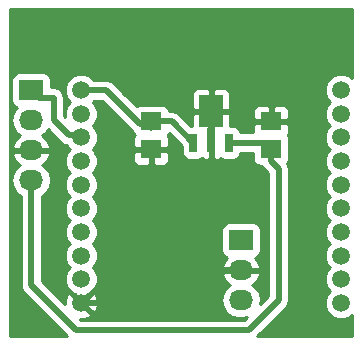
<source format=gtl>
G04 #@! TF.FileFunction,Copper,L1,Top,Signal*
%FSLAX46Y46*%
G04 Gerber Fmt 4.6, Leading zero omitted, Abs format (unit mm)*
G04 Created by KiCad (PCBNEW 4.0.1-stable) date 2016/03/20 16:03:40*
%MOMM*%
G01*
G04 APERTURE LIST*
%ADD10C,0.100000*%
%ADD11R,0.701040X1.600200*%
%ADD12R,0.701040X2.100580*%
%ADD13R,1.998980X2.750820*%
%ADD14R,2.032000X1.727200*%
%ADD15O,2.032000X1.727200*%
%ADD16C,1.500000*%
%ADD17R,1.800860X1.549400*%
%ADD18C,0.500000*%
%ADD19C,0.254000*%
G04 APERTURE END LIST*
D10*
D11*
X107718860Y-75559920D03*
D12*
X109220000Y-75311000D03*
D11*
X110721140Y-75559920D03*
D13*
X109220000Y-72910700D03*
D14*
X93980000Y-71120000D03*
D15*
X93980000Y-73660000D03*
X93980000Y-76200000D03*
X93980000Y-78740000D03*
D14*
X111760000Y-83820000D03*
D15*
X111760000Y-86360000D03*
X111760000Y-88900000D03*
D16*
X120220740Y-71120000D03*
X120220740Y-79121000D03*
X120220740Y-83118960D03*
X120220740Y-81119980D03*
X120220740Y-75120500D03*
X120220740Y-77119480D03*
X120220740Y-73118980D03*
X120220740Y-87119460D03*
X120220740Y-89120980D03*
X120220740Y-85120480D03*
X98219260Y-85120480D03*
X98219260Y-89120980D03*
X98219260Y-87119460D03*
X98219260Y-73118980D03*
X98219260Y-77119480D03*
X98219260Y-75120500D03*
X98219260Y-81119980D03*
X98219260Y-83118960D03*
X98219260Y-79121000D03*
X98219260Y-71120000D03*
D17*
X114300000Y-76106020D03*
X114300000Y-73753980D03*
X104140000Y-73753980D03*
X104140000Y-76106020D03*
D18*
X110721140Y-75559920D02*
X113977420Y-75559920D01*
X113977420Y-75559920D02*
X114300000Y-75882500D01*
X114300000Y-75882500D02*
X114300000Y-77152500D01*
X114300000Y-77152500D02*
X114935000Y-77787500D01*
X93980000Y-78740000D02*
X93980000Y-87630000D01*
X114935000Y-88900000D02*
X114935000Y-77787500D01*
X112395000Y-91440000D02*
X114935000Y-88900000D01*
X97790000Y-91440000D02*
X112395000Y-91440000D01*
X93980000Y-87630000D02*
X97790000Y-91440000D01*
X98219260Y-75120500D02*
X98425000Y-74930000D01*
X98425000Y-74930000D02*
X97155000Y-74930000D01*
X97155000Y-74930000D02*
X95885000Y-73660000D01*
X95885000Y-73660000D02*
X95885000Y-71755000D01*
X95885000Y-71755000D02*
X94615000Y-71755000D01*
X94615000Y-71755000D02*
X93980000Y-71120000D01*
X104140000Y-73753980D02*
X105912920Y-73753980D01*
X105912920Y-73753980D02*
X107718860Y-75559920D01*
X104140000Y-73977500D02*
X103187500Y-73977500D01*
X103187500Y-73977500D02*
X100330000Y-71120000D01*
X100330000Y-71120000D02*
X98219260Y-71120000D01*
X104140000Y-73977500D02*
X104140000Y-74295000D01*
X109220000Y-72910700D02*
X109220000Y-75311000D01*
X111760000Y-86360000D02*
X104140000Y-86360000D01*
X101379020Y-89120980D02*
X98219260Y-89120980D01*
X104140000Y-86360000D02*
X101379020Y-89120980D01*
X98425000Y-88900000D02*
X98219260Y-89120980D01*
D19*
G36*
X121158000Y-70098499D02*
X121006304Y-69946539D01*
X120497442Y-69735241D01*
X119946455Y-69734760D01*
X119437225Y-69945169D01*
X119047279Y-70334436D01*
X118835981Y-70843298D01*
X118835500Y-71394285D01*
X119045909Y-71903515D01*
X119261543Y-72119525D01*
X119047279Y-72333416D01*
X118835981Y-72842278D01*
X118835500Y-73393265D01*
X119045909Y-73902495D01*
X119262813Y-74119777D01*
X119047279Y-74334936D01*
X118835981Y-74843798D01*
X118835500Y-75394785D01*
X119045909Y-75904015D01*
X119261543Y-76120025D01*
X119047279Y-76333916D01*
X118835981Y-76842778D01*
X118835500Y-77393765D01*
X119045909Y-77902995D01*
X119262813Y-78120277D01*
X119047279Y-78335436D01*
X118835981Y-78844298D01*
X118835500Y-79395285D01*
X119045909Y-79904515D01*
X119261543Y-80120525D01*
X119047279Y-80334416D01*
X118835981Y-80843278D01*
X118835500Y-81394265D01*
X119045909Y-81903495D01*
X119261543Y-82119505D01*
X119047279Y-82333396D01*
X118835981Y-82842258D01*
X118835500Y-83393245D01*
X119045909Y-83902475D01*
X119262813Y-84119757D01*
X119047279Y-84334916D01*
X118835981Y-84843778D01*
X118835500Y-85394765D01*
X119045909Y-85903995D01*
X119261543Y-86120005D01*
X119047279Y-86333896D01*
X118835981Y-86842758D01*
X118835500Y-87393745D01*
X119045909Y-87902975D01*
X119262813Y-88120257D01*
X119047279Y-88335416D01*
X118835981Y-88844278D01*
X118835500Y-89395265D01*
X119045909Y-89904495D01*
X119435176Y-90294441D01*
X119944038Y-90505739D01*
X120495025Y-90506220D01*
X121004255Y-90295811D01*
X121158000Y-90142334D01*
X121158000Y-91948000D01*
X113138580Y-91948000D01*
X115560787Y-89525792D01*
X115560790Y-89525790D01*
X115752633Y-89238675D01*
X115820000Y-88900000D01*
X115820000Y-77787505D01*
X115820001Y-77787500D01*
X115752634Y-77448826D01*
X115674681Y-77332161D01*
X115667676Y-77321678D01*
X115796861Y-77132610D01*
X115847870Y-76880720D01*
X115847870Y-75331320D01*
X115803592Y-75096003D01*
X115696914Y-74930221D01*
X115738757Y-74888378D01*
X115835430Y-74654989D01*
X115835430Y-74039730D01*
X115676680Y-73880980D01*
X114427000Y-73880980D01*
X114427000Y-73900980D01*
X114173000Y-73900980D01*
X114173000Y-73880980D01*
X112923320Y-73880980D01*
X112764570Y-74039730D01*
X112764570Y-74654989D01*
X112772826Y-74674920D01*
X111703125Y-74674920D01*
X111674822Y-74524503D01*
X111535750Y-74308379D01*
X111323550Y-74163389D01*
X111071660Y-74112380D01*
X110854490Y-74112380D01*
X110854490Y-73196450D01*
X110695740Y-73037700D01*
X109347000Y-73037700D01*
X109347000Y-75184000D01*
X109367000Y-75184000D01*
X109367000Y-75438000D01*
X109347000Y-75438000D01*
X109347000Y-76837540D01*
X109505750Y-76996290D01*
X109696829Y-76996290D01*
X109930218Y-76899617D01*
X109972975Y-76856861D01*
X110118730Y-76956451D01*
X110370620Y-77007460D01*
X111071660Y-77007460D01*
X111306977Y-76963182D01*
X111523101Y-76824110D01*
X111668091Y-76611910D01*
X111701907Y-76444920D01*
X112752130Y-76444920D01*
X112752130Y-76880720D01*
X112796408Y-77116037D01*
X112935480Y-77332161D01*
X113147680Y-77477151D01*
X113399570Y-77528160D01*
X113507079Y-77528160D01*
X113608756Y-77680330D01*
X113674210Y-77778290D01*
X114050000Y-78154079D01*
X114050000Y-88533421D01*
X113383734Y-89199687D01*
X113443345Y-88900000D01*
X113329271Y-88326511D01*
X113004415Y-87840330D01*
X112694931Y-87633539D01*
X113110732Y-87262036D01*
X113364709Y-86734791D01*
X113367358Y-86719026D01*
X113246217Y-86487000D01*
X111887000Y-86487000D01*
X111887000Y-86507000D01*
X111633000Y-86507000D01*
X111633000Y-86487000D01*
X110273783Y-86487000D01*
X110152642Y-86719026D01*
X110155291Y-86734791D01*
X110409268Y-87262036D01*
X110825069Y-87633539D01*
X110515585Y-87840330D01*
X110190729Y-88326511D01*
X110076655Y-88900000D01*
X110190729Y-89473489D01*
X110515585Y-89959670D01*
X111001766Y-90284526D01*
X111575255Y-90398600D01*
X111944745Y-90398600D01*
X112244432Y-90338989D01*
X112028420Y-90555000D01*
X98156579Y-90555000D01*
X98114665Y-90513086D01*
X98564708Y-90490210D01*
X98943183Y-90333440D01*
X99011172Y-90092497D01*
X98219260Y-89300585D01*
X98205118Y-89314728D01*
X98025513Y-89135123D01*
X98039655Y-89120980D01*
X98398865Y-89120980D01*
X99190777Y-89912892D01*
X99431720Y-89844903D01*
X99616461Y-89325809D01*
X99588490Y-88775532D01*
X99431720Y-88397057D01*
X99190777Y-88329068D01*
X98398865Y-89120980D01*
X98039655Y-89120980D01*
X97247743Y-88329068D01*
X97006800Y-88397057D01*
X96822059Y-88916151D01*
X96838357Y-89236777D01*
X94865000Y-87263420D01*
X94865000Y-80039824D01*
X95224415Y-79799670D01*
X95549271Y-79313489D01*
X95663345Y-78740000D01*
X95549271Y-78166511D01*
X95224415Y-77680330D01*
X94914931Y-77473539D01*
X95330732Y-77102036D01*
X95584709Y-76574791D01*
X95587358Y-76559026D01*
X95466217Y-76327000D01*
X94107000Y-76327000D01*
X94107000Y-76347000D01*
X93853000Y-76347000D01*
X93853000Y-76327000D01*
X92493783Y-76327000D01*
X92372642Y-76559026D01*
X92375291Y-76574791D01*
X92629268Y-77102036D01*
X93045069Y-77473539D01*
X92735585Y-77680330D01*
X92410729Y-78166511D01*
X92296655Y-78740000D01*
X92410729Y-79313489D01*
X92735585Y-79799670D01*
X93095000Y-80039824D01*
X93095000Y-87629995D01*
X93094999Y-87630000D01*
X93136837Y-87840330D01*
X93162367Y-87968675D01*
X93283165Y-88149463D01*
X93354210Y-88255790D01*
X97046421Y-91948000D01*
X92202000Y-91948000D01*
X92202000Y-73660000D01*
X92296655Y-73660000D01*
X92410729Y-74233489D01*
X92735585Y-74719670D01*
X93045069Y-74926461D01*
X92629268Y-75297964D01*
X92375291Y-75825209D01*
X92372642Y-75840974D01*
X92493783Y-76073000D01*
X93853000Y-76073000D01*
X93853000Y-76053000D01*
X94107000Y-76053000D01*
X94107000Y-76073000D01*
X95466217Y-76073000D01*
X95587358Y-75840974D01*
X95584709Y-75825209D01*
X95330732Y-75297964D01*
X94914931Y-74926461D01*
X95224415Y-74719670D01*
X95412140Y-74438720D01*
X96529208Y-75555787D01*
X96529210Y-75555790D01*
X96777627Y-75721776D01*
X96816325Y-75747633D01*
X96994454Y-75783066D01*
X97044429Y-75904015D01*
X97260063Y-76120025D01*
X97045799Y-76333916D01*
X96834501Y-76842778D01*
X96834020Y-77393765D01*
X97044429Y-77902995D01*
X97261333Y-78120277D01*
X97045799Y-78335436D01*
X96834501Y-78844298D01*
X96834020Y-79395285D01*
X97044429Y-79904515D01*
X97260063Y-80120525D01*
X97045799Y-80334416D01*
X96834501Y-80843278D01*
X96834020Y-81394265D01*
X97044429Y-81903495D01*
X97260063Y-82119505D01*
X97045799Y-82333396D01*
X96834501Y-82842258D01*
X96834020Y-83393245D01*
X97044429Y-83902475D01*
X97261333Y-84119757D01*
X97045799Y-84334916D01*
X96834501Y-84843778D01*
X96834020Y-85394765D01*
X97044429Y-85903995D01*
X97260063Y-86120005D01*
X97045799Y-86333896D01*
X96834501Y-86842758D01*
X96834020Y-87393745D01*
X97044429Y-87902975D01*
X97433696Y-88292921D01*
X97668167Y-88390282D01*
X98219260Y-88941375D01*
X98770279Y-88390356D01*
X99002775Y-88294291D01*
X99392721Y-87905024D01*
X99604019Y-87396162D01*
X99604500Y-86845175D01*
X99394091Y-86335945D01*
X99178457Y-86119935D01*
X99392721Y-85906044D01*
X99604019Y-85397182D01*
X99604500Y-84846195D01*
X99394091Y-84336965D01*
X99177187Y-84119683D01*
X99392721Y-83904524D01*
X99604019Y-83395662D01*
X99604402Y-82956400D01*
X110096560Y-82956400D01*
X110096560Y-84683600D01*
X110140838Y-84918917D01*
X110279910Y-85135041D01*
X110492110Y-85280031D01*
X110586927Y-85299232D01*
X110409268Y-85457964D01*
X110155291Y-85985209D01*
X110152642Y-86000974D01*
X110273783Y-86233000D01*
X111633000Y-86233000D01*
X111633000Y-86213000D01*
X111887000Y-86213000D01*
X111887000Y-86233000D01*
X113246217Y-86233000D01*
X113367358Y-86000974D01*
X113364709Y-85985209D01*
X113110732Y-85457964D01*
X112935155Y-85301093D01*
X113011317Y-85286762D01*
X113227441Y-85147690D01*
X113372431Y-84935490D01*
X113423440Y-84683600D01*
X113423440Y-82956400D01*
X113379162Y-82721083D01*
X113240090Y-82504959D01*
X113027890Y-82359969D01*
X112776000Y-82308960D01*
X110744000Y-82308960D01*
X110508683Y-82353238D01*
X110292559Y-82492310D01*
X110147569Y-82704510D01*
X110096560Y-82956400D01*
X99604402Y-82956400D01*
X99604500Y-82844675D01*
X99394091Y-82335445D01*
X99178457Y-82119435D01*
X99392721Y-81905544D01*
X99604019Y-81396682D01*
X99604500Y-80845695D01*
X99394091Y-80336465D01*
X99178457Y-80120455D01*
X99392721Y-79906564D01*
X99604019Y-79397702D01*
X99604500Y-78846715D01*
X99394091Y-78337485D01*
X99177187Y-78120203D01*
X99392721Y-77905044D01*
X99604019Y-77396182D01*
X99604500Y-76845195D01*
X99417150Y-76391770D01*
X102604570Y-76391770D01*
X102604570Y-77007029D01*
X102701243Y-77240418D01*
X102879871Y-77419047D01*
X103113260Y-77515720D01*
X103854250Y-77515720D01*
X104013000Y-77356970D01*
X104013000Y-76233020D01*
X104267000Y-76233020D01*
X104267000Y-77356970D01*
X104425750Y-77515720D01*
X105166740Y-77515720D01*
X105400129Y-77419047D01*
X105578757Y-77240418D01*
X105675430Y-77007029D01*
X105675430Y-76391770D01*
X105516680Y-76233020D01*
X104267000Y-76233020D01*
X104013000Y-76233020D01*
X102763320Y-76233020D01*
X102604570Y-76391770D01*
X99417150Y-76391770D01*
X99394091Y-76335965D01*
X99178457Y-76119955D01*
X99392721Y-75906064D01*
X99604019Y-75397202D01*
X99604500Y-74846215D01*
X99394091Y-74336985D01*
X99177187Y-74119703D01*
X99392721Y-73904544D01*
X99604019Y-73395682D01*
X99604500Y-72844695D01*
X99394091Y-72335465D01*
X99178457Y-72119455D01*
X99293112Y-72005000D01*
X99963420Y-72005000D01*
X102561708Y-74603287D01*
X102561710Y-74603290D01*
X102612562Y-74637268D01*
X102636408Y-74763997D01*
X102743086Y-74929779D01*
X102701243Y-74971622D01*
X102604570Y-75205011D01*
X102604570Y-75820270D01*
X102763320Y-75979020D01*
X104013000Y-75979020D01*
X104013000Y-75959020D01*
X104267000Y-75959020D01*
X104267000Y-75979020D01*
X105516680Y-75979020D01*
X105675430Y-75820270D01*
X105675430Y-75205011D01*
X105578757Y-74971622D01*
X105535724Y-74928589D01*
X105636861Y-74780570D01*
X105645461Y-74738101D01*
X106720900Y-75813539D01*
X106720900Y-76360020D01*
X106765178Y-76595337D01*
X106904250Y-76811461D01*
X107116450Y-76956451D01*
X107368340Y-77007460D01*
X108069380Y-77007460D01*
X108304697Y-76963182D01*
X108468161Y-76857996D01*
X108509782Y-76899617D01*
X108743171Y-76996290D01*
X108934250Y-76996290D01*
X109093000Y-76837540D01*
X109093000Y-75438000D01*
X109073000Y-75438000D01*
X109073000Y-75184000D01*
X109093000Y-75184000D01*
X109093000Y-73037700D01*
X107744260Y-73037700D01*
X107585510Y-73196450D01*
X107585510Y-74112380D01*
X107522899Y-74112380D01*
X106538710Y-73128190D01*
X106485296Y-73092500D01*
X106251595Y-72936347D01*
X106195404Y-72925170D01*
X105912920Y-72868979D01*
X105912915Y-72868980D01*
X105667116Y-72868980D01*
X105664104Y-72852971D01*
X112764570Y-72852971D01*
X112764570Y-73468230D01*
X112923320Y-73626980D01*
X114173000Y-73626980D01*
X114173000Y-72503030D01*
X114427000Y-72503030D01*
X114427000Y-73626980D01*
X115676680Y-73626980D01*
X115835430Y-73468230D01*
X115835430Y-72852971D01*
X115738757Y-72619582D01*
X115560129Y-72440953D01*
X115326740Y-72344280D01*
X114585750Y-72344280D01*
X114427000Y-72503030D01*
X114173000Y-72503030D01*
X114014250Y-72344280D01*
X113273260Y-72344280D01*
X113039871Y-72440953D01*
X112861243Y-72619582D01*
X112764570Y-72852971D01*
X105664104Y-72852971D01*
X105643592Y-72743963D01*
X105504520Y-72527839D01*
X105292320Y-72382849D01*
X105040430Y-72331840D01*
X103239570Y-72331840D01*
X103004253Y-72376118D01*
X102902910Y-72441331D01*
X101870560Y-71408980D01*
X107585510Y-71408980D01*
X107585510Y-72624950D01*
X107744260Y-72783700D01*
X109093000Y-72783700D01*
X109093000Y-71059040D01*
X109347000Y-71059040D01*
X109347000Y-72783700D01*
X110695740Y-72783700D01*
X110854490Y-72624950D01*
X110854490Y-71408980D01*
X110757817Y-71175591D01*
X110579188Y-70996963D01*
X110345799Y-70900290D01*
X109505750Y-70900290D01*
X109347000Y-71059040D01*
X109093000Y-71059040D01*
X108934250Y-70900290D01*
X108094201Y-70900290D01*
X107860812Y-70996963D01*
X107682183Y-71175591D01*
X107585510Y-71408980D01*
X101870560Y-71408980D01*
X100955790Y-70494210D01*
X100719736Y-70336485D01*
X100668675Y-70302367D01*
X100612484Y-70291190D01*
X100330000Y-70234999D01*
X100329995Y-70235000D01*
X99292783Y-70235000D01*
X99004824Y-69946539D01*
X98495962Y-69735241D01*
X97944975Y-69734760D01*
X97435745Y-69945169D01*
X97045799Y-70334436D01*
X96834501Y-70843298D01*
X96834020Y-71394285D01*
X97044429Y-71903515D01*
X97260063Y-72119525D01*
X97045799Y-72333416D01*
X96834501Y-72842278D01*
X96834051Y-73357472D01*
X96770000Y-73293420D01*
X96770000Y-71755000D01*
X96702633Y-71416325D01*
X96510790Y-71129210D01*
X96223675Y-70937367D01*
X95885000Y-70870000D01*
X95643440Y-70870000D01*
X95643440Y-70256400D01*
X95599162Y-70021083D01*
X95460090Y-69804959D01*
X95247890Y-69659969D01*
X94996000Y-69608960D01*
X92964000Y-69608960D01*
X92728683Y-69653238D01*
X92512559Y-69792310D01*
X92367569Y-70004510D01*
X92316560Y-70256400D01*
X92316560Y-71983600D01*
X92360838Y-72218917D01*
X92499910Y-72435041D01*
X92712110Y-72580031D01*
X92753439Y-72588400D01*
X92735585Y-72600330D01*
X92410729Y-73086511D01*
X92296655Y-73660000D01*
X92202000Y-73660000D01*
X92202000Y-64262000D01*
X121158000Y-64262000D01*
X121158000Y-70098499D01*
X121158000Y-70098499D01*
G37*
X121158000Y-70098499D02*
X121006304Y-69946539D01*
X120497442Y-69735241D01*
X119946455Y-69734760D01*
X119437225Y-69945169D01*
X119047279Y-70334436D01*
X118835981Y-70843298D01*
X118835500Y-71394285D01*
X119045909Y-71903515D01*
X119261543Y-72119525D01*
X119047279Y-72333416D01*
X118835981Y-72842278D01*
X118835500Y-73393265D01*
X119045909Y-73902495D01*
X119262813Y-74119777D01*
X119047279Y-74334936D01*
X118835981Y-74843798D01*
X118835500Y-75394785D01*
X119045909Y-75904015D01*
X119261543Y-76120025D01*
X119047279Y-76333916D01*
X118835981Y-76842778D01*
X118835500Y-77393765D01*
X119045909Y-77902995D01*
X119262813Y-78120277D01*
X119047279Y-78335436D01*
X118835981Y-78844298D01*
X118835500Y-79395285D01*
X119045909Y-79904515D01*
X119261543Y-80120525D01*
X119047279Y-80334416D01*
X118835981Y-80843278D01*
X118835500Y-81394265D01*
X119045909Y-81903495D01*
X119261543Y-82119505D01*
X119047279Y-82333396D01*
X118835981Y-82842258D01*
X118835500Y-83393245D01*
X119045909Y-83902475D01*
X119262813Y-84119757D01*
X119047279Y-84334916D01*
X118835981Y-84843778D01*
X118835500Y-85394765D01*
X119045909Y-85903995D01*
X119261543Y-86120005D01*
X119047279Y-86333896D01*
X118835981Y-86842758D01*
X118835500Y-87393745D01*
X119045909Y-87902975D01*
X119262813Y-88120257D01*
X119047279Y-88335416D01*
X118835981Y-88844278D01*
X118835500Y-89395265D01*
X119045909Y-89904495D01*
X119435176Y-90294441D01*
X119944038Y-90505739D01*
X120495025Y-90506220D01*
X121004255Y-90295811D01*
X121158000Y-90142334D01*
X121158000Y-91948000D01*
X113138580Y-91948000D01*
X115560787Y-89525792D01*
X115560790Y-89525790D01*
X115752633Y-89238675D01*
X115820000Y-88900000D01*
X115820000Y-77787505D01*
X115820001Y-77787500D01*
X115752634Y-77448826D01*
X115674681Y-77332161D01*
X115667676Y-77321678D01*
X115796861Y-77132610D01*
X115847870Y-76880720D01*
X115847870Y-75331320D01*
X115803592Y-75096003D01*
X115696914Y-74930221D01*
X115738757Y-74888378D01*
X115835430Y-74654989D01*
X115835430Y-74039730D01*
X115676680Y-73880980D01*
X114427000Y-73880980D01*
X114427000Y-73900980D01*
X114173000Y-73900980D01*
X114173000Y-73880980D01*
X112923320Y-73880980D01*
X112764570Y-74039730D01*
X112764570Y-74654989D01*
X112772826Y-74674920D01*
X111703125Y-74674920D01*
X111674822Y-74524503D01*
X111535750Y-74308379D01*
X111323550Y-74163389D01*
X111071660Y-74112380D01*
X110854490Y-74112380D01*
X110854490Y-73196450D01*
X110695740Y-73037700D01*
X109347000Y-73037700D01*
X109347000Y-75184000D01*
X109367000Y-75184000D01*
X109367000Y-75438000D01*
X109347000Y-75438000D01*
X109347000Y-76837540D01*
X109505750Y-76996290D01*
X109696829Y-76996290D01*
X109930218Y-76899617D01*
X109972975Y-76856861D01*
X110118730Y-76956451D01*
X110370620Y-77007460D01*
X111071660Y-77007460D01*
X111306977Y-76963182D01*
X111523101Y-76824110D01*
X111668091Y-76611910D01*
X111701907Y-76444920D01*
X112752130Y-76444920D01*
X112752130Y-76880720D01*
X112796408Y-77116037D01*
X112935480Y-77332161D01*
X113147680Y-77477151D01*
X113399570Y-77528160D01*
X113507079Y-77528160D01*
X113608756Y-77680330D01*
X113674210Y-77778290D01*
X114050000Y-78154079D01*
X114050000Y-88533421D01*
X113383734Y-89199687D01*
X113443345Y-88900000D01*
X113329271Y-88326511D01*
X113004415Y-87840330D01*
X112694931Y-87633539D01*
X113110732Y-87262036D01*
X113364709Y-86734791D01*
X113367358Y-86719026D01*
X113246217Y-86487000D01*
X111887000Y-86487000D01*
X111887000Y-86507000D01*
X111633000Y-86507000D01*
X111633000Y-86487000D01*
X110273783Y-86487000D01*
X110152642Y-86719026D01*
X110155291Y-86734791D01*
X110409268Y-87262036D01*
X110825069Y-87633539D01*
X110515585Y-87840330D01*
X110190729Y-88326511D01*
X110076655Y-88900000D01*
X110190729Y-89473489D01*
X110515585Y-89959670D01*
X111001766Y-90284526D01*
X111575255Y-90398600D01*
X111944745Y-90398600D01*
X112244432Y-90338989D01*
X112028420Y-90555000D01*
X98156579Y-90555000D01*
X98114665Y-90513086D01*
X98564708Y-90490210D01*
X98943183Y-90333440D01*
X99011172Y-90092497D01*
X98219260Y-89300585D01*
X98205118Y-89314728D01*
X98025513Y-89135123D01*
X98039655Y-89120980D01*
X98398865Y-89120980D01*
X99190777Y-89912892D01*
X99431720Y-89844903D01*
X99616461Y-89325809D01*
X99588490Y-88775532D01*
X99431720Y-88397057D01*
X99190777Y-88329068D01*
X98398865Y-89120980D01*
X98039655Y-89120980D01*
X97247743Y-88329068D01*
X97006800Y-88397057D01*
X96822059Y-88916151D01*
X96838357Y-89236777D01*
X94865000Y-87263420D01*
X94865000Y-80039824D01*
X95224415Y-79799670D01*
X95549271Y-79313489D01*
X95663345Y-78740000D01*
X95549271Y-78166511D01*
X95224415Y-77680330D01*
X94914931Y-77473539D01*
X95330732Y-77102036D01*
X95584709Y-76574791D01*
X95587358Y-76559026D01*
X95466217Y-76327000D01*
X94107000Y-76327000D01*
X94107000Y-76347000D01*
X93853000Y-76347000D01*
X93853000Y-76327000D01*
X92493783Y-76327000D01*
X92372642Y-76559026D01*
X92375291Y-76574791D01*
X92629268Y-77102036D01*
X93045069Y-77473539D01*
X92735585Y-77680330D01*
X92410729Y-78166511D01*
X92296655Y-78740000D01*
X92410729Y-79313489D01*
X92735585Y-79799670D01*
X93095000Y-80039824D01*
X93095000Y-87629995D01*
X93094999Y-87630000D01*
X93136837Y-87840330D01*
X93162367Y-87968675D01*
X93283165Y-88149463D01*
X93354210Y-88255790D01*
X97046421Y-91948000D01*
X92202000Y-91948000D01*
X92202000Y-73660000D01*
X92296655Y-73660000D01*
X92410729Y-74233489D01*
X92735585Y-74719670D01*
X93045069Y-74926461D01*
X92629268Y-75297964D01*
X92375291Y-75825209D01*
X92372642Y-75840974D01*
X92493783Y-76073000D01*
X93853000Y-76073000D01*
X93853000Y-76053000D01*
X94107000Y-76053000D01*
X94107000Y-76073000D01*
X95466217Y-76073000D01*
X95587358Y-75840974D01*
X95584709Y-75825209D01*
X95330732Y-75297964D01*
X94914931Y-74926461D01*
X95224415Y-74719670D01*
X95412140Y-74438720D01*
X96529208Y-75555787D01*
X96529210Y-75555790D01*
X96777627Y-75721776D01*
X96816325Y-75747633D01*
X96994454Y-75783066D01*
X97044429Y-75904015D01*
X97260063Y-76120025D01*
X97045799Y-76333916D01*
X96834501Y-76842778D01*
X96834020Y-77393765D01*
X97044429Y-77902995D01*
X97261333Y-78120277D01*
X97045799Y-78335436D01*
X96834501Y-78844298D01*
X96834020Y-79395285D01*
X97044429Y-79904515D01*
X97260063Y-80120525D01*
X97045799Y-80334416D01*
X96834501Y-80843278D01*
X96834020Y-81394265D01*
X97044429Y-81903495D01*
X97260063Y-82119505D01*
X97045799Y-82333396D01*
X96834501Y-82842258D01*
X96834020Y-83393245D01*
X97044429Y-83902475D01*
X97261333Y-84119757D01*
X97045799Y-84334916D01*
X96834501Y-84843778D01*
X96834020Y-85394765D01*
X97044429Y-85903995D01*
X97260063Y-86120005D01*
X97045799Y-86333896D01*
X96834501Y-86842758D01*
X96834020Y-87393745D01*
X97044429Y-87902975D01*
X97433696Y-88292921D01*
X97668167Y-88390282D01*
X98219260Y-88941375D01*
X98770279Y-88390356D01*
X99002775Y-88294291D01*
X99392721Y-87905024D01*
X99604019Y-87396162D01*
X99604500Y-86845175D01*
X99394091Y-86335945D01*
X99178457Y-86119935D01*
X99392721Y-85906044D01*
X99604019Y-85397182D01*
X99604500Y-84846195D01*
X99394091Y-84336965D01*
X99177187Y-84119683D01*
X99392721Y-83904524D01*
X99604019Y-83395662D01*
X99604402Y-82956400D01*
X110096560Y-82956400D01*
X110096560Y-84683600D01*
X110140838Y-84918917D01*
X110279910Y-85135041D01*
X110492110Y-85280031D01*
X110586927Y-85299232D01*
X110409268Y-85457964D01*
X110155291Y-85985209D01*
X110152642Y-86000974D01*
X110273783Y-86233000D01*
X111633000Y-86233000D01*
X111633000Y-86213000D01*
X111887000Y-86213000D01*
X111887000Y-86233000D01*
X113246217Y-86233000D01*
X113367358Y-86000974D01*
X113364709Y-85985209D01*
X113110732Y-85457964D01*
X112935155Y-85301093D01*
X113011317Y-85286762D01*
X113227441Y-85147690D01*
X113372431Y-84935490D01*
X113423440Y-84683600D01*
X113423440Y-82956400D01*
X113379162Y-82721083D01*
X113240090Y-82504959D01*
X113027890Y-82359969D01*
X112776000Y-82308960D01*
X110744000Y-82308960D01*
X110508683Y-82353238D01*
X110292559Y-82492310D01*
X110147569Y-82704510D01*
X110096560Y-82956400D01*
X99604402Y-82956400D01*
X99604500Y-82844675D01*
X99394091Y-82335445D01*
X99178457Y-82119435D01*
X99392721Y-81905544D01*
X99604019Y-81396682D01*
X99604500Y-80845695D01*
X99394091Y-80336465D01*
X99178457Y-80120455D01*
X99392721Y-79906564D01*
X99604019Y-79397702D01*
X99604500Y-78846715D01*
X99394091Y-78337485D01*
X99177187Y-78120203D01*
X99392721Y-77905044D01*
X99604019Y-77396182D01*
X99604500Y-76845195D01*
X99417150Y-76391770D01*
X102604570Y-76391770D01*
X102604570Y-77007029D01*
X102701243Y-77240418D01*
X102879871Y-77419047D01*
X103113260Y-77515720D01*
X103854250Y-77515720D01*
X104013000Y-77356970D01*
X104013000Y-76233020D01*
X104267000Y-76233020D01*
X104267000Y-77356970D01*
X104425750Y-77515720D01*
X105166740Y-77515720D01*
X105400129Y-77419047D01*
X105578757Y-77240418D01*
X105675430Y-77007029D01*
X105675430Y-76391770D01*
X105516680Y-76233020D01*
X104267000Y-76233020D01*
X104013000Y-76233020D01*
X102763320Y-76233020D01*
X102604570Y-76391770D01*
X99417150Y-76391770D01*
X99394091Y-76335965D01*
X99178457Y-76119955D01*
X99392721Y-75906064D01*
X99604019Y-75397202D01*
X99604500Y-74846215D01*
X99394091Y-74336985D01*
X99177187Y-74119703D01*
X99392721Y-73904544D01*
X99604019Y-73395682D01*
X99604500Y-72844695D01*
X99394091Y-72335465D01*
X99178457Y-72119455D01*
X99293112Y-72005000D01*
X99963420Y-72005000D01*
X102561708Y-74603287D01*
X102561710Y-74603290D01*
X102612562Y-74637268D01*
X102636408Y-74763997D01*
X102743086Y-74929779D01*
X102701243Y-74971622D01*
X102604570Y-75205011D01*
X102604570Y-75820270D01*
X102763320Y-75979020D01*
X104013000Y-75979020D01*
X104013000Y-75959020D01*
X104267000Y-75959020D01*
X104267000Y-75979020D01*
X105516680Y-75979020D01*
X105675430Y-75820270D01*
X105675430Y-75205011D01*
X105578757Y-74971622D01*
X105535724Y-74928589D01*
X105636861Y-74780570D01*
X105645461Y-74738101D01*
X106720900Y-75813539D01*
X106720900Y-76360020D01*
X106765178Y-76595337D01*
X106904250Y-76811461D01*
X107116450Y-76956451D01*
X107368340Y-77007460D01*
X108069380Y-77007460D01*
X108304697Y-76963182D01*
X108468161Y-76857996D01*
X108509782Y-76899617D01*
X108743171Y-76996290D01*
X108934250Y-76996290D01*
X109093000Y-76837540D01*
X109093000Y-75438000D01*
X109073000Y-75438000D01*
X109073000Y-75184000D01*
X109093000Y-75184000D01*
X109093000Y-73037700D01*
X107744260Y-73037700D01*
X107585510Y-73196450D01*
X107585510Y-74112380D01*
X107522899Y-74112380D01*
X106538710Y-73128190D01*
X106485296Y-73092500D01*
X106251595Y-72936347D01*
X106195404Y-72925170D01*
X105912920Y-72868979D01*
X105912915Y-72868980D01*
X105667116Y-72868980D01*
X105664104Y-72852971D01*
X112764570Y-72852971D01*
X112764570Y-73468230D01*
X112923320Y-73626980D01*
X114173000Y-73626980D01*
X114173000Y-72503030D01*
X114427000Y-72503030D01*
X114427000Y-73626980D01*
X115676680Y-73626980D01*
X115835430Y-73468230D01*
X115835430Y-72852971D01*
X115738757Y-72619582D01*
X115560129Y-72440953D01*
X115326740Y-72344280D01*
X114585750Y-72344280D01*
X114427000Y-72503030D01*
X114173000Y-72503030D01*
X114014250Y-72344280D01*
X113273260Y-72344280D01*
X113039871Y-72440953D01*
X112861243Y-72619582D01*
X112764570Y-72852971D01*
X105664104Y-72852971D01*
X105643592Y-72743963D01*
X105504520Y-72527839D01*
X105292320Y-72382849D01*
X105040430Y-72331840D01*
X103239570Y-72331840D01*
X103004253Y-72376118D01*
X102902910Y-72441331D01*
X101870560Y-71408980D01*
X107585510Y-71408980D01*
X107585510Y-72624950D01*
X107744260Y-72783700D01*
X109093000Y-72783700D01*
X109093000Y-71059040D01*
X109347000Y-71059040D01*
X109347000Y-72783700D01*
X110695740Y-72783700D01*
X110854490Y-72624950D01*
X110854490Y-71408980D01*
X110757817Y-71175591D01*
X110579188Y-70996963D01*
X110345799Y-70900290D01*
X109505750Y-70900290D01*
X109347000Y-71059040D01*
X109093000Y-71059040D01*
X108934250Y-70900290D01*
X108094201Y-70900290D01*
X107860812Y-70996963D01*
X107682183Y-71175591D01*
X107585510Y-71408980D01*
X101870560Y-71408980D01*
X100955790Y-70494210D01*
X100719736Y-70336485D01*
X100668675Y-70302367D01*
X100612484Y-70291190D01*
X100330000Y-70234999D01*
X100329995Y-70235000D01*
X99292783Y-70235000D01*
X99004824Y-69946539D01*
X98495962Y-69735241D01*
X97944975Y-69734760D01*
X97435745Y-69945169D01*
X97045799Y-70334436D01*
X96834501Y-70843298D01*
X96834020Y-71394285D01*
X97044429Y-71903515D01*
X97260063Y-72119525D01*
X97045799Y-72333416D01*
X96834501Y-72842278D01*
X96834051Y-73357472D01*
X96770000Y-73293420D01*
X96770000Y-71755000D01*
X96702633Y-71416325D01*
X96510790Y-71129210D01*
X96223675Y-70937367D01*
X95885000Y-70870000D01*
X95643440Y-70870000D01*
X95643440Y-70256400D01*
X95599162Y-70021083D01*
X95460090Y-69804959D01*
X95247890Y-69659969D01*
X94996000Y-69608960D01*
X92964000Y-69608960D01*
X92728683Y-69653238D01*
X92512559Y-69792310D01*
X92367569Y-70004510D01*
X92316560Y-70256400D01*
X92316560Y-71983600D01*
X92360838Y-72218917D01*
X92499910Y-72435041D01*
X92712110Y-72580031D01*
X92753439Y-72588400D01*
X92735585Y-72600330D01*
X92410729Y-73086511D01*
X92296655Y-73660000D01*
X92202000Y-73660000D01*
X92202000Y-64262000D01*
X121158000Y-64262000D01*
X121158000Y-70098499D01*
M02*

</source>
